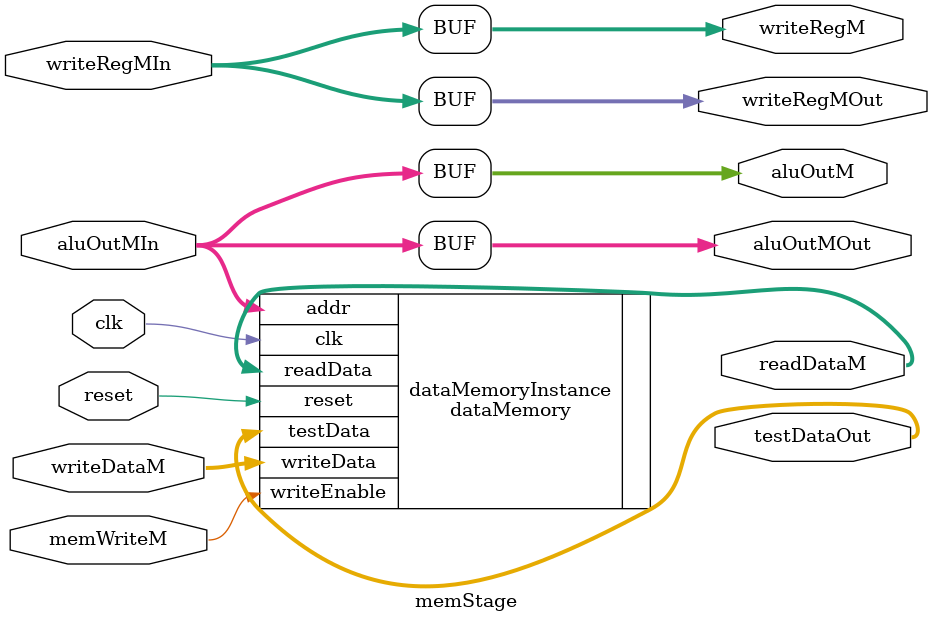
<source format=v>
module memStage (
    output wire  [4:0]   writeRegMOut,
    output wire  [31:0]  aluOutMOut, 
    output wire  [31:0]  readDataM,
    output wire  [31:0]  aluOutM, 
    output wire  [4:0]   writeRegM,
    output wire  [31:0]  testDataOut, 
    input  wire  [4:0]   writeRegMIn, 
    input  wire  [31:0]  aluOutMIn, 
    input  wire  [31:0]  writeDataM, 
    input  wire          memWriteM, 
    input  wire          clk, 
    input  wire          reset 
);

assign writeRegM    = writeRegMIn;
assign writeRegMOut = writeRegMIn; 
assign aluOutM      = aluOutMIn; 
assign aluOutMOut   = aluOutMIn; 

dataMemory #(32, 32, 128) dataMemoryInstance
(
    .readData    (readDataM), 
    .testData    (testDataOut), 
    .writeData   (writeDataM), 
    .addr        (aluOutMIn),
    .writeEnable (memWriteM), 
    .clk         (clk), 
    .reset       (reset)
); 

endmodule
</source>
